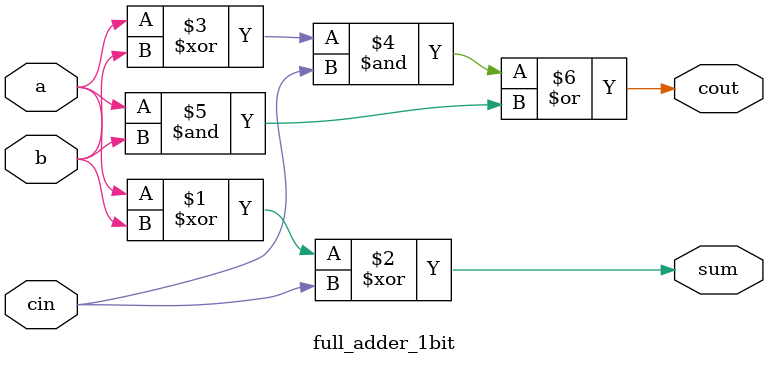
<source format=v>
module full_adder_1bit(
	input 	a,b,cin,
	output  sum,cout
	);
	
assign sum = (a ^ b) ^ cin;
assign cout = ((a^b) & cin) | (a & b);

endmodule

</source>
